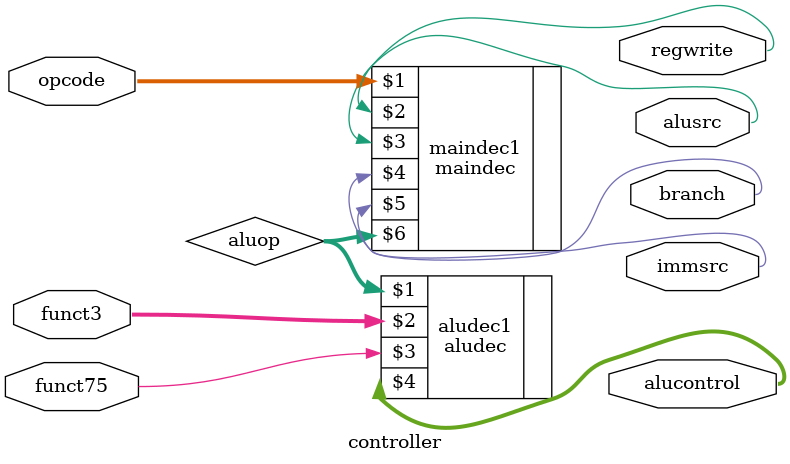
<source format=sv>
module controller(input wire [6:0] opcode,
						input wire [14:12] funct3,
						input wire funct75,
						output wire [3:0] alucontrol,
						output wire regwrite,alusrc,branch,immsrc);
						
	wire [1:0] aluop;

	aludec aludec1(aluop,funct3,funct75,alucontrol);
	maindec maindec1(opcode,regwrite,alusrc,branch,immsrc,aluop);
endmodule
</source>
